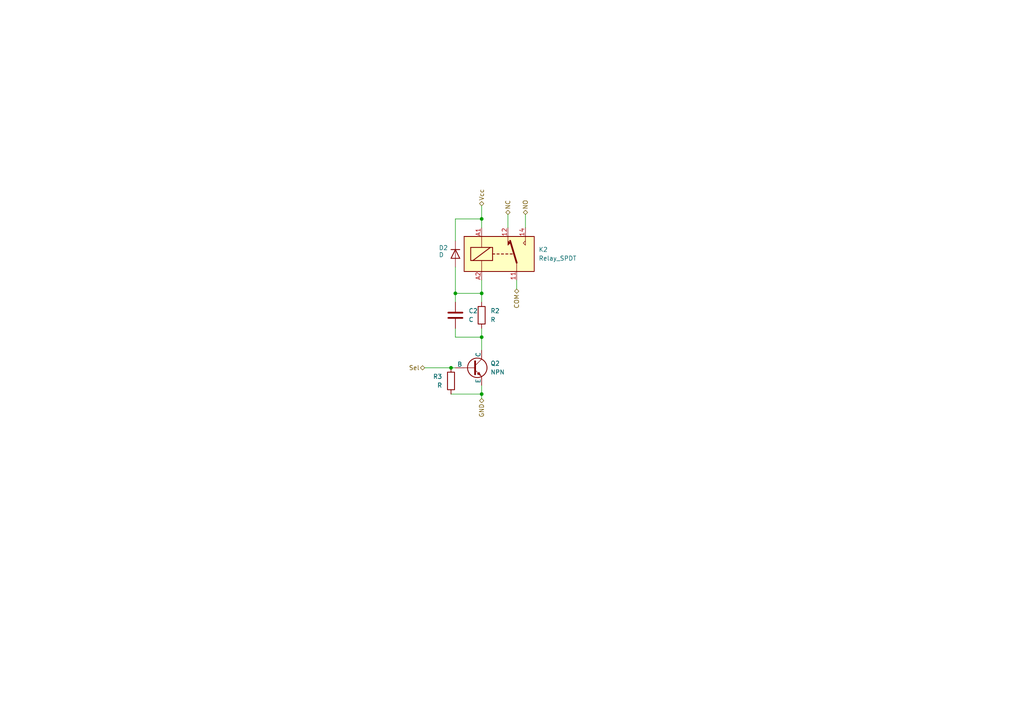
<source format=kicad_sch>
(kicad_sch (version 20231120) (generator "eeschema") (generator_version "8.0")
  (paper "A4")
  (title_block (title "POWER") (date "2024-11-11") (rev "Rev 1.0") (company "Grupo Alfa - David A. Estela M. Hugo S. Fernando S.") (comment 1 "Circuito para reducir la corriente de un relé cuando se mantiene conmutado"))
  (lib_symbols
    (symbol "Device:C" (pin_numbers hide) (pin_names (offset 0.254))
      (property "Reference" "C" (at 0.635 2.54 0))
      (property "Value" "C" (at 0.635 -2.54 0))
      (symbol "C_0_1"
        (polyline (pts (xy -2.032 -0.762) (xy 2.032 -0.762)) (stroke (width 0.508)))
        (polyline (pts (xy -2.032 0.762) (xy 2.032 0.762)) (stroke (width 0.508)))
      )
      (symbol "C_1_1"
        (pin passive line (at 0 3.81 270) (length 2.794) (name "~") (number "1"))
        (pin passive line (at 0 -3.81 90) (length 2.794) (name "~") (number "2"))
      )
    )
    (symbol "Device:D" (pin_numbers hide) (pin_names (offset 1.016) hide)
      (property "Reference" "D" (at 0 2.54 0))
      (property "Value" "D" (at 0 -2.54 0))
      (symbol "D_0_1"
        (polyline (pts (xy -1.27 1.27) (xy -1.27 -1.27)) (stroke (width 0.254)))
        (polyline (pts (xy 1.27 0) (xy -1.27 0)))
        (polyline (pts (xy 1.27 1.27) (xy 1.27 -1.27) (xy -1.27 0) (xy 1.27 1.27)) (stroke (width 0.254)))
      )
      (symbol "D_1_1"
        (pin passive line (at -3.81 0 0) (length 2.54) (name "K") (number "1"))
        (pin passive line (at 3.81 0 180) (length 2.54) (name "A") (number "2"))
      )
    )
    (symbol "Device:R" (pin_numbers hide) (pin_names (offset 0))
      (property "Reference" "R" (at 2.032 0 90))
      (property "Value" "R" (at 0 0 90))
      (symbol "R_0_1"
        (rectangle (start -1.016 -2.54) (end 1.016 2.54) (stroke (width 0.254)))
      )
      (symbol "R_1_1"
        (pin passive line (at 0 3.81 270) (length 1.27) (name "~") (number "1"))
        (pin passive line (at 0 -3.81 90) (length 1.27) (name "~") (number "2"))
      )
    )
    (symbol "Relay:Relay_SPDT"
      (property "Reference" "K" (at 11.43 3.81 0))
      (property "Value" "Relay_SPDT" (at 11.43 1.27 0))
      (symbol "Relay_SPDT_0_0"
        (polyline (pts (xy 7.62 5.08) (xy 7.62 2.54) (xy 6.985 3.175) (xy 7.62 3.81)))
      )
      (symbol "Relay_SPDT_0_1"
        (rectangle (start -10.16 5.08) (end 10.16 -5.08) (stroke (width 0.254)) (fill (type background)))
        (rectangle (start -8.255 1.905) (end -1.905 -1.905) (stroke (width 0.254)))
        (polyline (pts (xy -7.62 -1.905) (xy -2.54 1.905)) (stroke (width 0.254)))
        (polyline (pts (xy -5.08 -5.08) (xy -5.08 -1.905)))
        (polyline (pts (xy -5.08 5.08) (xy -5.08 1.905)))
        (polyline (pts (xy -1.905 0) (xy -1.27 0)) (stroke (width 0.254)))
        (polyline (pts (xy -0.635 0) (xy 0 0)) (stroke (width 0.254)))
        (polyline (pts (xy 0.635 0) (xy 1.27 0)) (stroke (width 0.254)))
        (polyline (pts (xy 1.905 0) (xy 2.54 0)) (stroke (width 0.254)))
        (polyline (pts (xy 3.175 0) (xy 3.81 0)) (stroke (width 0.254)))
        (polyline (pts (xy 5.08 -2.54) (xy 3.175 3.81)) (stroke (width 0.508)))
        (polyline (pts (xy 5.08 -2.54) (xy 5.08 -5.08)))
        (polyline (pts (xy 2.54 5.08) (xy 2.54 2.54) (xy 3.175 3.175) (xy 2.54 3.81)) (fill (type outline)))
      )
      (symbol "Relay_SPDT_1_1"
        (pin passive line (at 5.08 -7.62 90) (length 2.54) (name "~") (number "11"))
        (pin passive line (at 2.54 7.62 270) (length 2.54) (name "~") (number "12"))
        (pin passive line (at 7.62 7.62 270) (length 2.54) (name "~") (number "14"))
        (pin passive line (at -5.08 7.62 270) (length 2.54) (name "~") (number "A1"))
        (pin passive line (at -5.08 -7.62 90) (length 2.54) (name "~") (number "A2"))
      )
    )
    (symbol "Simulation_SPICE:NPN" (pin_numbers hide) (pin_names (offset 0))
      (property "Reference" "Q" (at -2.54 7.62 0))
      (property "Value" "NPN" (at -2.54 5.08 0))
      (symbol "NPN_0_1"
        (polyline (pts (xy -2.54 0) (xy 0.635 0)) (stroke (width 0.1524)))
        (polyline (pts (xy 0.635 0.635) (xy 2.54 2.54)))
        (polyline (pts (xy 2.794 -1.27) (xy 2.794 -1.27)) (stroke (width 0.1524)))
        (polyline (pts (xy 2.794 -1.27) (xy 2.794 -1.27)) (stroke (width 0.1524)))
        (polyline (pts (xy 0.635 -0.635) (xy 2.54 -2.54) (xy 2.54 -2.54)))
        (polyline (pts (xy 0.635 1.905) (xy 0.635 -1.905) (xy 0.635 -1.905)) (stroke (width 0.508)))
        (polyline (pts (xy 1.27 -1.778) (xy 1.778 -1.27) (xy 2.286 -2.286) (xy 1.27 -1.778) (xy 1.27 -1.778)) (fill (type outline)))
        (circle (center 1.27 0) (radius 2.8194) (stroke (width 0.254)))
      )
      (symbol "NPN_1_1"
        (pin open_collector line (at 2.54 5.08 270) (length 2.54) (name "C") (number "1"))
        (pin input line (at -5.08 0 0) (length 2.54) (name "B") (number "2"))
        (pin open_emitter line (at 2.54 -5.08 90) (length 2.54) (name "E") (number "3"))
      )
    )
  )
  (junction (at 139.7 97.79))
  (junction (at 130.81 106.68))
  (junction (at 139.7 63.5))
  (junction (at 139.7 85.09))
  (junction (at 139.7 114.3))
  (junction (at 132.08 85.09))
  (wire (pts (xy 132.08 69.85) (xy 132.08 63.5)))
  (wire (pts (xy 147.32 62.23) (xy 147.32 66.04)))
  (wire (pts (xy 139.7 114.3) (xy 139.7 115.57)))
  (wire (pts (xy 149.86 81.28) (xy 149.86 83.82)))
  (wire (pts (xy 130.81 106.68) (xy 132.08 106.68)))
  (wire (pts (xy 132.08 77.47) (xy 132.08 85.09)))
  (wire (pts (xy 139.7 97.79) (xy 139.7 95.25)))
  (wire (pts (xy 132.08 95.25) (xy 132.08 97.79)))
  (wire (pts (xy 139.7 97.79) (xy 139.7 101.6)))
  (wire (pts (xy 139.7 111.76) (xy 139.7 114.3)))
  (wire (pts (xy 132.08 85.09) (xy 139.7 85.09)))
  (wire (pts (xy 130.81 114.3) (xy 139.7 114.3)))
  (wire (pts (xy 139.7 85.09) (xy 139.7 87.63)))
  (wire (pts (xy 123.19 106.68) (xy 130.81 106.68)))
  (wire (pts (xy 152.4 62.23) (xy 152.4 66.04)))
  (wire (pts (xy 139.7 63.5) (xy 139.7 66.04)))
  (wire (pts (xy 132.08 97.79) (xy 139.7 97.79)))
  (wire (pts (xy 139.7 59.69) (xy 139.7 63.5)))
  (wire (pts (xy 132.08 85.09) (xy 132.08 87.63)))
  (wire (pts (xy 132.08 63.5) (xy 139.7 63.5)))
  (wire (pts (xy 139.7 81.28) (xy 139.7 85.09)))
  (hierarchical_label "NC" (shape bidirectional) (at 147.32 62.23 90))
  (hierarchical_label "COM" (shape bidirectional) (at 149.86 83.82 270))
  (hierarchical_label "Vcc" (shape bidirectional) (at 139.7 59.69 90))
  (hierarchical_label "Sel" (shape bidirectional) (at 123.19 106.68 180))
  (hierarchical_label "GND" (shape bidirectional) (at 139.7 115.57 270))
  (hierarchical_label "NO" (shape bidirectional) (at 152.4 62.23 90))
  (symbol (lib_id "Relay:Relay_SPDT") (at 144.78 73.66 0) (unit 1)
    (property "Reference" "K2" (at 156.21 72.3899 0) (effects (justify left)))
    (property "Value" "Relay_SPDT" (at 156.21 74.9299 0) (effects (justify left)))
    (property "Description" "Relay SPDT, monostable, EN50005" (effects (hide yes)))
  )
  (symbol (lib_id "Device:D") (at 132.08 73.66 270) (unit 1)
    (property "Reference" "D2" (at 127.254 71.882 90) (effects (justify left)))
    (property "Value" "D" (at 127.254 73.914 90) (effects (justify left)))
    (property "Description" "Diode" (effects (hide yes)))
    (property "Sim.Device" "D" (effects (hide yes)))
    (property "Sim.Pins" "1=K 2=A" (effects (hide yes)))
  )
  (symbol (lib_id "Device:C") (at 132.08 91.44 0) (unit 1)
    (property "Reference" "C2" (at 135.89 90.1699 0) (effects (justify left)))
    (property "Value" "C" (at 135.89 92.7099 0) (effects (justify left)))
    (property "Description" "Unpolarized capacitor" (effects (hide yes)))
  )
  (symbol (lib_id "Device:R") (at 139.7 91.44 0) (unit 1)
    (property "Reference" "R2" (at 142.24 90.1699 0) (effects (justify left)))
    (property "Value" "R" (at 142.24 92.7099 0) (effects (justify left)))
    (property "Description" "Resistor" (effects (hide yes)))
  )
  (symbol (lib_id "Simulation_SPICE:NPN") (at 137.16 106.68 0) (unit 1)
    (property "Reference" "Q2" (at 142.24 105.4099 0) (effects (justify left)))
    (property "Value" "NPN" (at 142.24 107.9499 0) (effects (justify left)))
    (property "Datasheet" "https://ngspice.sourceforge.io/docs/ngspice-html-manual/manual.xhtml#cha_BJTs" (effects (hide yes)))
    (property "Description" "Bipolar transistor symbol for simulation only, substrate tied to the emitter" (effects (hide yes)))
    (property "Sim.Device" "NPN" (effects (hide yes)))
    (property "Sim.Type" "GUMMELPOON" (effects (hide yes)))
    (property "Sim.Pins" "1=C 2=B 3=E" (effects (hide yes)))
  )
  (symbol (lib_id "Device:R") (at 130.81 110.49 0) (mirror y) (unit 1)
    (property "Reference" "Rb" (at 128.27 109.2199 0) (effects (justify left)))
    (property "Value" "R" (at 128.27 111.7599 0) (effects (justify left)))
    (property "Description" "Resistor" (effects (hide yes)))
    (instances (project "Diagrama" (path "" (reference "R3") (unit 1)) (path "" (reference "Rb") (unit 1))))
  )
)
</source>
